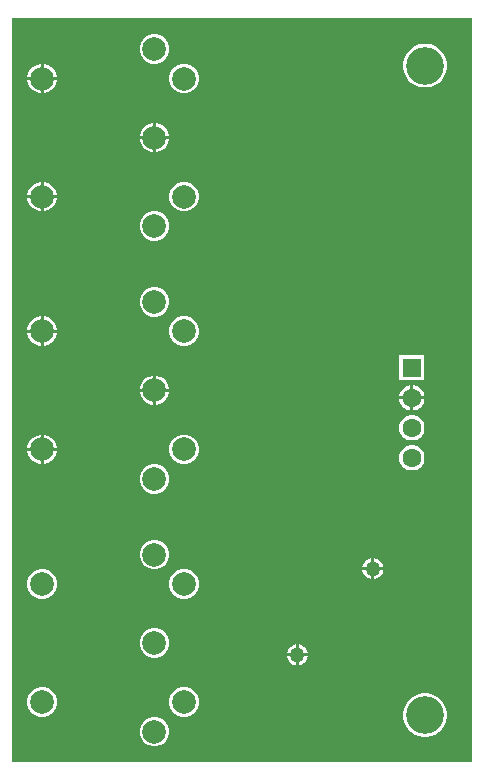
<source format=gbl>
G04*
G04 #@! TF.GenerationSoftware,Altium Limited,Altium Designer,21.4.1 (30)*
G04*
G04 Layer_Physical_Order=2*
G04 Layer_Color=16711680*
%FSLAX25Y25*%
%MOIN*%
G70*
G04*
G04 #@! TF.SameCoordinates,A48B96B0-5CB6-46A1-959F-C16CD1BF0AD3*
G04*
G04*
G04 #@! TF.FilePolarity,Positive*
G04*
G01*
G75*
%ADD35C,0.12598*%
%ADD36R,0.06299X0.06299*%
%ADD37C,0.06299*%
%ADD38C,0.07874*%
%ADD39C,0.05000*%
G36*
X155512Y1969D02*
X1969D01*
Y250000D01*
X155512D01*
Y1969D01*
D02*
G37*
%LPC*%
G36*
X50256Y244701D02*
X48956D01*
X47701Y244364D01*
X46575Y243714D01*
X45656Y242795D01*
X45006Y241669D01*
X44669Y240414D01*
Y239114D01*
X45006Y237858D01*
X45656Y236732D01*
X46575Y235813D01*
X47701Y235163D01*
X48956Y234827D01*
X50256D01*
X51512Y235163D01*
X52638Y235813D01*
X53557Y236732D01*
X54207Y237858D01*
X54543Y239114D01*
Y240414D01*
X54207Y241669D01*
X53557Y242795D01*
X52638Y243714D01*
X51512Y244364D01*
X50256Y244701D01*
D02*
G37*
G36*
X12855Y234858D02*
X12705D01*
Y230421D01*
X17142D01*
Y230571D01*
X16805Y231827D01*
X16155Y232953D01*
X15236Y233872D01*
X14110Y234522D01*
X12855Y234858D01*
D02*
G37*
G36*
X11705D02*
X11555D01*
X10299Y234522D01*
X9173Y233872D01*
X8254Y232953D01*
X7604Y231827D01*
X7268Y230571D01*
Y230421D01*
X11705D01*
Y234858D01*
D02*
G37*
G36*
X140483Y241551D02*
X139045D01*
X137635Y241271D01*
X136306Y240720D01*
X135111Y239922D01*
X134094Y238905D01*
X133295Y237709D01*
X132745Y236381D01*
X132465Y234971D01*
Y233533D01*
X132745Y232123D01*
X133295Y230795D01*
X134094Y229599D01*
X135111Y228582D01*
X136306Y227783D01*
X137635Y227233D01*
X139045Y226953D01*
X140483D01*
X141893Y227233D01*
X143221Y227783D01*
X144417Y228582D01*
X145433Y229599D01*
X146232Y230795D01*
X146783Y232123D01*
X147063Y233533D01*
Y234971D01*
X146783Y236381D01*
X146232Y237709D01*
X145433Y238905D01*
X144417Y239922D01*
X143221Y240720D01*
X141893Y241271D01*
X140483Y241551D01*
D02*
G37*
G36*
X60099Y234858D02*
X58799D01*
X57543Y234522D01*
X56417Y233872D01*
X55498Y232953D01*
X54848Y231827D01*
X54512Y230571D01*
Y229271D01*
X54848Y228016D01*
X55498Y226890D01*
X56417Y225971D01*
X57543Y225321D01*
X58799Y224984D01*
X60099D01*
X61354Y225321D01*
X62480Y225971D01*
X63399Y226890D01*
X64049Y228016D01*
X64386Y229271D01*
Y230571D01*
X64049Y231827D01*
X63399Y232953D01*
X62480Y233872D01*
X61354Y234522D01*
X60099Y234858D01*
D02*
G37*
G36*
X17142Y229421D02*
X12705D01*
Y224984D01*
X12855D01*
X14110Y225321D01*
X15236Y225971D01*
X16155Y226890D01*
X16805Y228016D01*
X17142Y229271D01*
Y229421D01*
D02*
G37*
G36*
X11705D02*
X7268D01*
Y229271D01*
X7604Y228016D01*
X8254Y226890D01*
X9173Y225971D01*
X10299Y225321D01*
X11555Y224984D01*
X11705D01*
Y229421D01*
D02*
G37*
G36*
X50256Y215173D02*
X50106D01*
Y210736D01*
X54543D01*
Y210886D01*
X54207Y212142D01*
X53557Y213268D01*
X52638Y214187D01*
X51512Y214837D01*
X50256Y215173D01*
D02*
G37*
G36*
X49106D02*
X48956D01*
X47701Y214837D01*
X46575Y214187D01*
X45656Y213268D01*
X45006Y212142D01*
X44669Y210886D01*
Y210736D01*
X49106D01*
Y215173D01*
D02*
G37*
G36*
X54543Y209736D02*
X50106D01*
Y205299D01*
X50256D01*
X51512Y205636D01*
X52638Y206286D01*
X53557Y207205D01*
X54207Y208331D01*
X54543Y209586D01*
Y209736D01*
D02*
G37*
G36*
X49106D02*
X44669D01*
Y209586D01*
X45006Y208331D01*
X45656Y207205D01*
X46575Y206286D01*
X47701Y205636D01*
X48956Y205299D01*
X49106D01*
Y209736D01*
D02*
G37*
G36*
X12855Y195488D02*
X12705D01*
Y191051D01*
X17142D01*
Y191201D01*
X16805Y192457D01*
X16155Y193583D01*
X15236Y194502D01*
X14110Y195152D01*
X12855Y195488D01*
D02*
G37*
G36*
X11705D02*
X11555D01*
X10299Y195152D01*
X9173Y194502D01*
X8254Y193583D01*
X7604Y192457D01*
X7268Y191201D01*
Y191051D01*
X11705D01*
Y195488D01*
D02*
G37*
G36*
X60099D02*
X58799D01*
X57543Y195152D01*
X56417Y194502D01*
X55498Y193583D01*
X54848Y192457D01*
X54512Y191201D01*
Y189901D01*
X54848Y188646D01*
X55498Y187520D01*
X56417Y186601D01*
X57543Y185951D01*
X58799Y185614D01*
X60099D01*
X61354Y185951D01*
X62480Y186601D01*
X63399Y187520D01*
X64049Y188646D01*
X64386Y189901D01*
Y191201D01*
X64049Y192457D01*
X63399Y193583D01*
X62480Y194502D01*
X61354Y195152D01*
X60099Y195488D01*
D02*
G37*
G36*
X17142Y190051D02*
X12705D01*
Y185614D01*
X12855D01*
X14110Y185951D01*
X15236Y186601D01*
X16155Y187520D01*
X16805Y188646D01*
X17142Y189901D01*
Y190051D01*
D02*
G37*
G36*
X11705D02*
X7268D01*
Y189901D01*
X7604Y188646D01*
X8254Y187520D01*
X9173Y186601D01*
X10299Y185951D01*
X11555Y185614D01*
X11705D01*
Y190051D01*
D02*
G37*
G36*
X50256Y185646D02*
X48956D01*
X47701Y185309D01*
X46575Y184659D01*
X45656Y183740D01*
X45006Y182614D01*
X44669Y181359D01*
Y180059D01*
X45006Y178803D01*
X45656Y177677D01*
X46575Y176758D01*
X47701Y176108D01*
X48956Y175772D01*
X50256D01*
X51512Y176108D01*
X52638Y176758D01*
X53557Y177677D01*
X54207Y178803D01*
X54543Y180059D01*
Y181359D01*
X54207Y182614D01*
X53557Y183740D01*
X52638Y184659D01*
X51512Y185309D01*
X50256Y185646D01*
D02*
G37*
G36*
Y160449D02*
X48956D01*
X47701Y160112D01*
X46575Y159462D01*
X45656Y158543D01*
X45006Y157417D01*
X44669Y156162D01*
Y154862D01*
X45006Y153606D01*
X45656Y152480D01*
X46575Y151561D01*
X47701Y150911D01*
X48956Y150575D01*
X50256D01*
X51512Y150911D01*
X52638Y151561D01*
X53557Y152480D01*
X54207Y153606D01*
X54543Y154862D01*
Y156162D01*
X54207Y157417D01*
X53557Y158543D01*
X52638Y159462D01*
X51512Y160112D01*
X50256Y160449D01*
D02*
G37*
G36*
X12855Y150606D02*
X12705D01*
Y146169D01*
X17142D01*
Y146319D01*
X16805Y147575D01*
X16155Y148701D01*
X15236Y149620D01*
X14110Y150270D01*
X12855Y150606D01*
D02*
G37*
G36*
X11705D02*
X11555D01*
X10299Y150270D01*
X9173Y149620D01*
X8254Y148701D01*
X7604Y147575D01*
X7268Y146319D01*
Y146169D01*
X11705D01*
Y150606D01*
D02*
G37*
G36*
X60099D02*
X58799D01*
X57543Y150270D01*
X56417Y149620D01*
X55498Y148701D01*
X54848Y147575D01*
X54512Y146319D01*
Y145019D01*
X54848Y143764D01*
X55498Y142638D01*
X56417Y141719D01*
X57543Y141069D01*
X58799Y140732D01*
X60099D01*
X61354Y141069D01*
X62480Y141719D01*
X63399Y142638D01*
X64049Y143764D01*
X64386Y145019D01*
Y146319D01*
X64049Y147575D01*
X63399Y148701D01*
X62480Y149620D01*
X61354Y150270D01*
X60099Y150606D01*
D02*
G37*
G36*
X17142Y145169D02*
X12705D01*
Y140732D01*
X12855D01*
X14110Y141069D01*
X15236Y141719D01*
X16155Y142638D01*
X16805Y143764D01*
X17142Y145019D01*
Y145169D01*
D02*
G37*
G36*
X11705D02*
X7268D01*
Y145019D01*
X7604Y143764D01*
X8254Y142638D01*
X9173Y141719D01*
X10299Y141069D01*
X11555Y140732D01*
X11705D01*
Y145169D01*
D02*
G37*
G36*
X139583Y137614D02*
X131283D01*
Y129315D01*
X139583D01*
Y137614D01*
D02*
G37*
G36*
X50256Y130921D02*
X50106D01*
Y126484D01*
X54543D01*
Y126634D01*
X54207Y127890D01*
X53557Y129016D01*
X52638Y129935D01*
X51512Y130585D01*
X50256Y130921D01*
D02*
G37*
G36*
X49106D02*
X48956D01*
X47701Y130585D01*
X46575Y129935D01*
X45656Y129016D01*
X45006Y127890D01*
X44669Y126634D01*
Y126484D01*
X49106D01*
Y130921D01*
D02*
G37*
G36*
X135979Y127614D02*
X135933D01*
Y123965D01*
X139583D01*
Y124011D01*
X139300Y125066D01*
X138754Y126013D01*
X137981Y126785D01*
X137035Y127331D01*
X135979Y127614D01*
D02*
G37*
G36*
X134933D02*
X134887D01*
X133831Y127331D01*
X132885Y126785D01*
X132113Y126013D01*
X131566Y125066D01*
X131283Y124011D01*
Y123965D01*
X134933D01*
Y127614D01*
D02*
G37*
G36*
X54543Y125484D02*
X50106D01*
Y121047D01*
X50256D01*
X51512Y121384D01*
X52638Y122034D01*
X53557Y122953D01*
X54207Y124079D01*
X54543Y125334D01*
Y125484D01*
D02*
G37*
G36*
X49106D02*
X44669D01*
Y125334D01*
X45006Y124079D01*
X45656Y122953D01*
X46575Y122034D01*
X47701Y121384D01*
X48956Y121047D01*
X49106D01*
Y125484D01*
D02*
G37*
G36*
X139583Y122965D02*
X135933D01*
Y119315D01*
X135979D01*
X137035Y119598D01*
X137981Y120144D01*
X138754Y120917D01*
X139300Y121863D01*
X139583Y122918D01*
Y122965D01*
D02*
G37*
G36*
X134933D02*
X131283D01*
Y122918D01*
X131566Y121863D01*
X132113Y120917D01*
X132885Y120144D01*
X133831Y119598D01*
X134887Y119315D01*
X134933D01*
Y122965D01*
D02*
G37*
G36*
X135979Y117614D02*
X134887D01*
X133831Y117331D01*
X132885Y116785D01*
X132113Y116013D01*
X131566Y115066D01*
X131283Y114011D01*
Y112918D01*
X131566Y111863D01*
X132113Y110917D01*
X132885Y110144D01*
X133831Y109598D01*
X134887Y109315D01*
X135979D01*
X137035Y109598D01*
X137981Y110144D01*
X138754Y110917D01*
X139300Y111863D01*
X139583Y112918D01*
Y114011D01*
X139300Y115066D01*
X138754Y116013D01*
X137981Y116785D01*
X137035Y117331D01*
X135979Y117614D01*
D02*
G37*
G36*
X12855Y111236D02*
X12705D01*
Y106799D01*
X17142D01*
Y106949D01*
X16805Y108205D01*
X16155Y109331D01*
X15236Y110250D01*
X14110Y110900D01*
X12855Y111236D01*
D02*
G37*
G36*
X11705D02*
X11555D01*
X10299Y110900D01*
X9173Y110250D01*
X8254Y109331D01*
X7604Y108205D01*
X7268Y106949D01*
Y106799D01*
X11705D01*
Y111236D01*
D02*
G37*
G36*
X60099D02*
X58799D01*
X57543Y110900D01*
X56417Y110250D01*
X55498Y109331D01*
X54848Y108205D01*
X54512Y106949D01*
Y105649D01*
X54848Y104394D01*
X55498Y103268D01*
X56417Y102349D01*
X57543Y101699D01*
X58799Y101362D01*
X60099D01*
X61354Y101699D01*
X62480Y102349D01*
X63399Y103268D01*
X64049Y104394D01*
X64386Y105649D01*
Y106949D01*
X64049Y108205D01*
X63399Y109331D01*
X62480Y110250D01*
X61354Y110900D01*
X60099Y111236D01*
D02*
G37*
G36*
X17142Y105799D02*
X12705D01*
Y101362D01*
X12855D01*
X14110Y101699D01*
X15236Y102349D01*
X16155Y103268D01*
X16805Y104394D01*
X17142Y105649D01*
Y105799D01*
D02*
G37*
G36*
X11705D02*
X7268D01*
Y105649D01*
X7604Y104394D01*
X8254Y103268D01*
X9173Y102349D01*
X10299Y101699D01*
X11555Y101362D01*
X11705D01*
Y105799D01*
D02*
G37*
G36*
X135979Y107614D02*
X134887D01*
X133831Y107331D01*
X132885Y106785D01*
X132113Y106012D01*
X131566Y105066D01*
X131283Y104011D01*
Y102918D01*
X131566Y101863D01*
X132113Y100917D01*
X132885Y100144D01*
X133831Y99598D01*
X134887Y99315D01*
X135979D01*
X137035Y99598D01*
X137981Y100144D01*
X138754Y100917D01*
X139300Y101863D01*
X139583Y102918D01*
Y104011D01*
X139300Y105066D01*
X138754Y106012D01*
X137981Y106785D01*
X137035Y107331D01*
X135979Y107614D01*
D02*
G37*
G36*
X50256Y101394D02*
X48956D01*
X47701Y101057D01*
X46575Y100407D01*
X45656Y99488D01*
X45006Y98362D01*
X44669Y97107D01*
Y95807D01*
X45006Y94551D01*
X45656Y93425D01*
X46575Y92506D01*
X47701Y91856D01*
X48956Y91520D01*
X50256D01*
X51512Y91856D01*
X52638Y92506D01*
X53557Y93425D01*
X54207Y94551D01*
X54543Y95807D01*
Y97107D01*
X54207Y98362D01*
X53557Y99488D01*
X52638Y100407D01*
X51512Y101057D01*
X50256Y101394D01*
D02*
G37*
G36*
X122941Y70025D02*
Y67035D01*
X125930D01*
X125702Y67886D01*
X125242Y68685D01*
X124590Y69336D01*
X123792Y69797D01*
X122941Y70025D01*
D02*
G37*
G36*
X121941D02*
X121090Y69797D01*
X120292Y69336D01*
X119640Y68685D01*
X119179Y67886D01*
X118951Y67035D01*
X121941D01*
Y70025D01*
D02*
G37*
G36*
X50263Y76197D02*
X48963D01*
X47707Y75860D01*
X46581Y75210D01*
X45662Y74291D01*
X45012Y73165D01*
X44676Y71910D01*
Y70610D01*
X45012Y69354D01*
X45662Y68228D01*
X46581Y67309D01*
X47707Y66659D01*
X48963Y66323D01*
X50263D01*
X51518Y66659D01*
X52644Y67309D01*
X53563Y68228D01*
X54213Y69354D01*
X54550Y70610D01*
Y71910D01*
X54213Y73165D01*
X53563Y74291D01*
X52644Y75210D01*
X51518Y75860D01*
X50263Y76197D01*
D02*
G37*
G36*
X125930Y66035D02*
X122941D01*
Y63046D01*
X123792Y63274D01*
X124590Y63735D01*
X125242Y64386D01*
X125702Y65184D01*
X125930Y66035D01*
D02*
G37*
G36*
X121941D02*
X118951D01*
X119179Y65184D01*
X119640Y64386D01*
X120292Y63735D01*
X121090Y63274D01*
X121941Y63046D01*
Y66035D01*
D02*
G37*
G36*
X60105Y66354D02*
X58805D01*
X57550Y66018D01*
X56424Y65368D01*
X55505Y64449D01*
X54855Y63323D01*
X54518Y62067D01*
Y60767D01*
X54855Y59512D01*
X55505Y58386D01*
X56424Y57467D01*
X57550Y56817D01*
X58805Y56480D01*
X60105D01*
X61361Y56817D01*
X62486Y57467D01*
X63406Y58386D01*
X64056Y59512D01*
X64392Y60767D01*
Y62067D01*
X64056Y63323D01*
X63406Y64449D01*
X62486Y65368D01*
X61361Y66018D01*
X60105Y66354D01*
D02*
G37*
G36*
X12861D02*
X11561D01*
X10305Y66018D01*
X9180Y65368D01*
X8260Y64449D01*
X7610Y63323D01*
X7274Y62067D01*
Y60767D01*
X7610Y59512D01*
X8260Y58386D01*
X9180Y57467D01*
X10305Y56817D01*
X11561Y56480D01*
X12861D01*
X14117Y56817D01*
X15242Y57467D01*
X16162Y58386D01*
X16812Y59512D01*
X17148Y60767D01*
Y62067D01*
X16812Y63323D01*
X16162Y64449D01*
X15242Y65368D01*
X14117Y66018D01*
X12861Y66354D01*
D02*
G37*
G36*
X97744Y41285D02*
Y38295D01*
X100734D01*
X100506Y39146D01*
X100045Y39944D01*
X99393Y40596D01*
X98595Y41057D01*
X97744Y41285D01*
D02*
G37*
G36*
X96744D02*
X95893Y41057D01*
X95095Y40596D01*
X94443Y39944D01*
X93983Y39146D01*
X93755Y38295D01*
X96744D01*
Y41285D01*
D02*
G37*
G36*
X50263Y46669D02*
X48963D01*
X47707Y46333D01*
X46581Y45683D01*
X45662Y44764D01*
X45012Y43638D01*
X44676Y42382D01*
Y41082D01*
X45012Y39827D01*
X45662Y38701D01*
X46581Y37782D01*
X47707Y37132D01*
X48963Y36795D01*
X50263D01*
X51518Y37132D01*
X52644Y37782D01*
X53563Y38701D01*
X54213Y39827D01*
X54550Y41082D01*
Y42382D01*
X54213Y43638D01*
X53563Y44764D01*
X52644Y45683D01*
X51518Y46333D01*
X50263Y46669D01*
D02*
G37*
G36*
X100734Y37295D02*
X97744D01*
Y34306D01*
X98595Y34534D01*
X99393Y34995D01*
X100045Y35646D01*
X100506Y36444D01*
X100734Y37295D01*
D02*
G37*
G36*
X96744D02*
X93755D01*
X93983Y36444D01*
X94443Y35646D01*
X95095Y34995D01*
X95893Y34534D01*
X96744Y34306D01*
Y37295D01*
D02*
G37*
G36*
X60105Y26984D02*
X58805D01*
X57550Y26648D01*
X56424Y25998D01*
X55505Y25079D01*
X54855Y23953D01*
X54518Y22697D01*
Y21397D01*
X54855Y20142D01*
X55505Y19016D01*
X56424Y18097D01*
X57550Y17447D01*
X58805Y17110D01*
X60105D01*
X61361Y17447D01*
X62486Y18097D01*
X63406Y19016D01*
X64056Y20142D01*
X64392Y21397D01*
Y22697D01*
X64056Y23953D01*
X63406Y25079D01*
X62486Y25998D01*
X61361Y26648D01*
X60105Y26984D01*
D02*
G37*
G36*
X12861D02*
X11561D01*
X10305Y26648D01*
X9180Y25998D01*
X8260Y25079D01*
X7610Y23953D01*
X7274Y22697D01*
Y21397D01*
X7610Y20142D01*
X8260Y19016D01*
X9180Y18097D01*
X10305Y17447D01*
X11561Y17110D01*
X12861D01*
X14117Y17447D01*
X15242Y18097D01*
X16162Y19016D01*
X16812Y20142D01*
X17148Y21397D01*
Y22697D01*
X16812Y23953D01*
X16162Y25079D01*
X15242Y25998D01*
X14117Y26648D01*
X12861Y26984D01*
D02*
G37*
G36*
X140483Y25016D02*
X139045D01*
X137635Y24735D01*
X136306Y24185D01*
X135111Y23386D01*
X134094Y22369D01*
X133295Y21174D01*
X132745Y19846D01*
X132465Y18436D01*
Y16998D01*
X132745Y15587D01*
X133295Y14259D01*
X134094Y13064D01*
X135111Y12047D01*
X136306Y11248D01*
X137635Y10698D01*
X139045Y10417D01*
X140483D01*
X141893Y10698D01*
X143221Y11248D01*
X144417Y12047D01*
X145433Y13064D01*
X146232Y14259D01*
X146783Y15587D01*
X147063Y16998D01*
Y18436D01*
X146783Y19846D01*
X146232Y21174D01*
X145433Y22369D01*
X144417Y23386D01*
X143221Y24185D01*
X141893Y24735D01*
X140483Y25016D01*
D02*
G37*
G36*
X50263Y17142D02*
X48963D01*
X47707Y16805D01*
X46581Y16155D01*
X45662Y15236D01*
X45012Y14110D01*
X44676Y12855D01*
Y11555D01*
X45012Y10299D01*
X45662Y9173D01*
X46581Y8254D01*
X47707Y7604D01*
X48963Y7268D01*
X50263D01*
X51518Y7604D01*
X52644Y8254D01*
X53563Y9173D01*
X54213Y10299D01*
X54550Y11555D01*
Y12855D01*
X54213Y14110D01*
X53563Y15236D01*
X52644Y16155D01*
X51518Y16805D01*
X50263Y17142D01*
D02*
G37*
%LPD*%
D35*
X139764Y234252D02*
D03*
Y17717D02*
D03*
D36*
X135433Y133465D02*
D03*
D37*
Y123465D02*
D03*
Y113465D02*
D03*
Y103465D02*
D03*
D38*
X12205Y229921D02*
D03*
Y190551D02*
D03*
X59449Y229921D02*
D03*
Y190551D02*
D03*
X49606Y239764D02*
D03*
Y210236D02*
D03*
Y180709D02*
D03*
X12205Y145669D02*
D03*
Y106299D02*
D03*
X59449Y145669D02*
D03*
Y106299D02*
D03*
X49606Y155512D02*
D03*
Y125984D02*
D03*
Y96457D02*
D03*
X12211Y61417D02*
D03*
Y22047D02*
D03*
X59455Y61417D02*
D03*
Y22047D02*
D03*
X49613Y71260D02*
D03*
Y41732D02*
D03*
Y12205D02*
D03*
D39*
X122441Y66535D02*
D03*
X97244Y37795D02*
D03*
M02*

</source>
